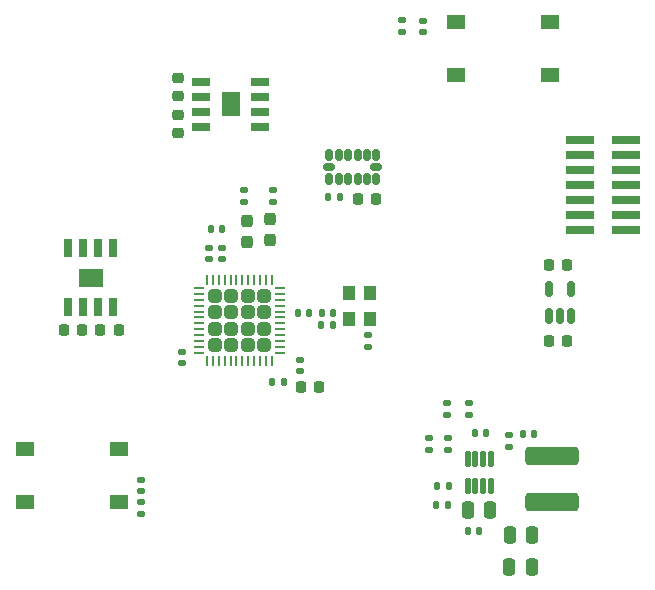
<source format=gbr>
%TF.GenerationSoftware,KiCad,Pcbnew,8.0.5*%
%TF.CreationDate,2024-10-23T09:29:27+02:00*%
%TF.ProjectId,Pojet_V-NOM_KiCAD,506f6a65-745f-4562-9d4e-4f4d5f4b6943,rev?*%
%TF.SameCoordinates,Original*%
%TF.FileFunction,Paste,Top*%
%TF.FilePolarity,Positive*%
%FSLAX46Y46*%
G04 Gerber Fmt 4.6, Leading zero omitted, Abs format (unit mm)*
G04 Created by KiCad (PCBNEW 8.0.5) date 2024-10-23 09:29:27*
%MOMM*%
%LPD*%
G01*
G04 APERTURE LIST*
G04 Aperture macros list*
%AMRoundRect*
0 Rectangle with rounded corners*
0 $1 Rounding radius*
0 $2 $3 $4 $5 $6 $7 $8 $9 X,Y pos of 4 corners*
0 Add a 4 corners polygon primitive as box body*
4,1,4,$2,$3,$4,$5,$6,$7,$8,$9,$2,$3,0*
0 Add four circle primitives for the rounded corners*
1,1,$1+$1,$2,$3*
1,1,$1+$1,$4,$5*
1,1,$1+$1,$6,$7*
1,1,$1+$1,$8,$9*
0 Add four rect primitives between the rounded corners*
20,1,$1+$1,$2,$3,$4,$5,0*
20,1,$1+$1,$4,$5,$6,$7,0*
20,1,$1+$1,$6,$7,$8,$9,0*
20,1,$1+$1,$8,$9,$2,$3,0*%
G04 Aperture macros list end*
%ADD10RoundRect,0.225000X-0.225000X-0.250000X0.225000X-0.250000X0.225000X0.250000X-0.225000X0.250000X0*%
%ADD11RoundRect,0.140000X0.140000X0.170000X-0.140000X0.170000X-0.140000X-0.170000X0.140000X-0.170000X0*%
%ADD12RoundRect,0.140000X-0.140000X-0.170000X0.140000X-0.170000X0.140000X0.170000X-0.140000X0.170000X0*%
%ADD13RoundRect,0.135000X-0.185000X0.135000X-0.185000X-0.135000X0.185000X-0.135000X0.185000X0.135000X0*%
%ADD14RoundRect,0.237500X-0.237500X0.287500X-0.237500X-0.287500X0.237500X-0.287500X0.237500X0.287500X0*%
%ADD15R,0.802000X1.505000*%
%ADD16R,2.101200X1.567800*%
%ADD17RoundRect,0.225000X0.250000X-0.225000X0.250000X0.225000X-0.250000X0.225000X-0.250000X-0.225000X0*%
%ADD18RoundRect,0.250000X0.250000X0.475000X-0.250000X0.475000X-0.250000X-0.475000X0.250000X-0.475000X0*%
%ADD19RoundRect,0.225000X0.225000X0.250000X-0.225000X0.250000X-0.225000X-0.250000X0.225000X-0.250000X0*%
%ADD20R,1.505000X0.802000*%
%ADD21R,1.567800X2.101200*%
%ADD22RoundRect,0.125000X0.125000X-0.537500X0.125000X0.537500X-0.125000X0.537500X-0.125000X-0.537500X0*%
%ADD23RoundRect,0.140000X0.170000X-0.140000X0.170000X0.140000X-0.170000X0.140000X-0.170000X-0.140000X0*%
%ADD24RoundRect,0.135000X0.185000X-0.135000X0.185000X0.135000X-0.185000X0.135000X-0.185000X-0.135000X0*%
%ADD25R,1.550000X1.300000*%
%ADD26RoundRect,0.150000X0.150000X-0.512500X0.150000X0.512500X-0.150000X0.512500X-0.150000X-0.512500X0*%
%ADD27R,2.400000X0.740000*%
%ADD28R,1.000000X1.300000*%
%ADD29RoundRect,0.135000X-0.135000X-0.185000X0.135000X-0.185000X0.135000X0.185000X-0.135000X0.185000X0*%
%ADD30RoundRect,0.250000X0.315000X0.315000X-0.315000X0.315000X-0.315000X-0.315000X0.315000X-0.315000X0*%
%ADD31RoundRect,0.062500X0.375000X0.062500X-0.375000X0.062500X-0.375000X-0.062500X0.375000X-0.062500X0*%
%ADD32RoundRect,0.062500X0.062500X0.375000X-0.062500X0.375000X-0.062500X-0.375000X0.062500X-0.375000X0*%
%ADD33RoundRect,0.140000X-0.170000X0.140000X-0.170000X-0.140000X0.170000X-0.140000X0.170000X0.140000X0*%
%ADD34RoundRect,0.147500X-0.147500X-0.172500X0.147500X-0.172500X0.147500X0.172500X-0.147500X0.172500X0*%
%ADD35RoundRect,0.225000X-0.250000X0.225000X-0.250000X-0.225000X0.250000X-0.225000X0.250000X0.225000X0*%
%ADD36RoundRect,0.400000X1.900000X0.399999X-1.900000X0.399999X-1.900000X-0.399999X1.900000X-0.399999X0*%
%ADD37RoundRect,0.150000X0.150000X-0.325000X0.150000X0.325000X-0.150000X0.325000X-0.150000X-0.325000X0*%
%ADD38RoundRect,0.150000X0.325000X-0.150000X0.325000X0.150000X-0.325000X0.150000X-0.325000X-0.150000X0*%
%ADD39RoundRect,0.135000X0.135000X0.185000X-0.135000X0.185000X-0.135000X-0.185000X0.135000X-0.185000X0*%
G04 APERTURE END LIST*
D10*
%TO.C,C902*%
X88425000Y-63575000D03*
X89975000Y-63575000D03*
%TD*%
D11*
%TO.C,C1011*%
X82495000Y-86117500D03*
X81535000Y-86117500D03*
%TD*%
D12*
%TO.C,C4*%
X69720000Y-57850000D03*
X70680000Y-57850000D03*
%TD*%
%TO.C,C2*%
X69150000Y-67680000D03*
X70110000Y-67680000D03*
%TD*%
D13*
%TO.C,R1009*%
X78285000Y-78237500D03*
X78285000Y-79257500D03*
%TD*%
D14*
%TO.C,D1*%
X62800000Y-59925000D03*
X62800000Y-61675000D03*
%TD*%
D15*
%TO.C,U801*%
X47705000Y-67200000D03*
X48975000Y-67200000D03*
X50245000Y-67200000D03*
X51515000Y-67200000D03*
X51515000Y-62205000D03*
X50245000Y-62205000D03*
X48975000Y-62205000D03*
X47705000Y-62205000D03*
D16*
X49610000Y-64702500D03*
%TD*%
D17*
%TO.C,C701*%
X57000000Y-52435000D03*
X57000000Y-50885000D03*
%TD*%
D14*
%TO.C,D2*%
X64800000Y-59725000D03*
X64800000Y-61475000D03*
%TD*%
D18*
%TO.C,C1010*%
X83435000Y-84347500D03*
X81535000Y-84347500D03*
%TD*%
D19*
%TO.C,C801*%
X51975000Y-69100000D03*
X50425000Y-69100000D03*
%TD*%
D20*
%TO.C,U701*%
X58952500Y-48105000D03*
X58952500Y-49375000D03*
X58952500Y-50645000D03*
X58952500Y-51915000D03*
X63947500Y-51915000D03*
X63947500Y-50645000D03*
X63947500Y-49375000D03*
X63947500Y-48105000D03*
D21*
X61450000Y-50010000D03*
%TD*%
D22*
%TO.C,IC1002*%
X81510000Y-82310000D03*
X82160000Y-82310000D03*
X82810000Y-82310000D03*
X83460000Y-82310000D03*
X83460000Y-80035000D03*
X82810000Y-80035000D03*
X82160000Y-80035000D03*
X81510000Y-80035000D03*
%TD*%
D23*
%TO.C,C202*%
X59660000Y-63120000D03*
X59660000Y-62160000D03*
%TD*%
D24*
%TO.C,R1011*%
X84990000Y-79050000D03*
X84990000Y-78030000D03*
%TD*%
D25*
%TO.C,SW501*%
X80525000Y-43000000D03*
X88475000Y-43000000D03*
X80525000Y-47500000D03*
X88475000Y-47500000D03*
%TD*%
D26*
%TO.C,PS901*%
X88400000Y-67925000D03*
X89350000Y-67925000D03*
X90300000Y-67925000D03*
X90300000Y-65650000D03*
X88400000Y-65650000D03*
%TD*%
D24*
%TO.C,R501*%
X76000000Y-43910000D03*
X76000000Y-42890000D03*
%TD*%
%TO.C,R3*%
X65050000Y-58310000D03*
X65050000Y-57290000D03*
%TD*%
D27*
%TO.C,J1*%
X94900000Y-60620000D03*
X91000000Y-60620000D03*
X94900000Y-59350000D03*
X91000000Y-59350000D03*
X94900000Y-58080000D03*
X91000000Y-58080000D03*
X94900000Y-56810000D03*
X91000000Y-56810000D03*
X94900000Y-55540000D03*
X91000000Y-55540000D03*
X94900000Y-54270000D03*
X91000000Y-54270000D03*
X94900000Y-53000000D03*
X91000000Y-53000000D03*
%TD*%
D28*
%TO.C,Y1*%
X71450000Y-65950000D03*
X71450000Y-68150000D03*
X73250000Y-68150000D03*
X73250000Y-65950000D03*
%TD*%
D29*
%TO.C,R1012*%
X78825000Y-83947500D03*
X79845000Y-83947500D03*
%TD*%
D12*
%TO.C,C1014*%
X82155000Y-77797500D03*
X83115000Y-77797500D03*
%TD*%
D30*
%TO.C,U1*%
X64300000Y-70400000D03*
X64300000Y-69000000D03*
X64300000Y-67600000D03*
X64300000Y-66200000D03*
X62900000Y-70400000D03*
X62900000Y-69000000D03*
X62900000Y-67600000D03*
X62900000Y-66200000D03*
X61500000Y-70400000D03*
X61500000Y-69000000D03*
X61500000Y-67600000D03*
X61500000Y-66200000D03*
X60100000Y-70400000D03*
X60100000Y-69000000D03*
X60100000Y-67600000D03*
X60100000Y-66200000D03*
D31*
X65637500Y-71050000D03*
X65637500Y-70550000D03*
X65637500Y-70050000D03*
X65637500Y-69550000D03*
X65637500Y-69050000D03*
X65637500Y-68550000D03*
X65637500Y-68050000D03*
X65637500Y-67550000D03*
X65637500Y-67050000D03*
X65637500Y-66550000D03*
X65637500Y-66050000D03*
X65637500Y-65550000D03*
D32*
X64950000Y-64862500D03*
X64450000Y-64862500D03*
X63950000Y-64862500D03*
X63450000Y-64862500D03*
X62950000Y-64862500D03*
X62450000Y-64862500D03*
X61950000Y-64862500D03*
X61450000Y-64862500D03*
X60950000Y-64862500D03*
X60450000Y-64862500D03*
X59950000Y-64862500D03*
X59450000Y-64862500D03*
D31*
X58762500Y-65550000D03*
X58762500Y-66050000D03*
X58762500Y-66550000D03*
X58762500Y-67050000D03*
X58762500Y-67550000D03*
X58762500Y-68050000D03*
X58762500Y-68550000D03*
X58762500Y-69050000D03*
X58762500Y-69550000D03*
X58762500Y-70050000D03*
X58762500Y-70550000D03*
X58762500Y-71050000D03*
D32*
X59450000Y-71737500D03*
X59950000Y-71737500D03*
X60450000Y-71737500D03*
X60950000Y-71737500D03*
X61450000Y-71737500D03*
X61950000Y-71737500D03*
X62450000Y-71737500D03*
X62950000Y-71737500D03*
X63450000Y-71737500D03*
X63950000Y-71737500D03*
X64450000Y-71737500D03*
X64950000Y-71737500D03*
%TD*%
D13*
%TO.C,R1008*%
X81635000Y-75287500D03*
X81635000Y-76307500D03*
%TD*%
D33*
%TO.C,C502*%
X77700000Y-42920000D03*
X77700000Y-43880000D03*
%TD*%
%TO.C,C5*%
X57300000Y-70980000D03*
X57300000Y-71940000D03*
%TD*%
D24*
%TO.C,R502*%
X53900000Y-84710000D03*
X53900000Y-83690000D03*
%TD*%
D10*
%TO.C,C802*%
X47325000Y-69100000D03*
X48875000Y-69100000D03*
%TD*%
D34*
%TO.C,L1*%
X59765000Y-60600000D03*
X60735000Y-60600000D03*
%TD*%
D35*
%TO.C,C702*%
X57000000Y-47785000D03*
X57000000Y-49335000D03*
%TD*%
D10*
%TO.C,C901*%
X88425000Y-70075000D03*
X89975000Y-70075000D03*
%TD*%
D18*
%TO.C,C1009*%
X86940000Y-89210000D03*
X85040000Y-89210000D03*
%TD*%
D36*
%TO.C,L1002*%
X88705000Y-83687500D03*
X88705000Y-79787500D03*
%TD*%
D37*
%TO.C,U2*%
X69800000Y-56300000D03*
X70600000Y-56300000D03*
X71400000Y-56300000D03*
X72200000Y-56300000D03*
X73000000Y-56300000D03*
X73800000Y-56300000D03*
D38*
X73800000Y-55300000D03*
D37*
X73800000Y-54300000D03*
X73000000Y-54300000D03*
X72200000Y-54300000D03*
X71400000Y-54300000D03*
X70600000Y-54300000D03*
X69800000Y-54300000D03*
D38*
X69800000Y-55300000D03*
%TD*%
D12*
%TO.C,C7*%
X64980000Y-73540000D03*
X65940000Y-73540000D03*
%TD*%
D13*
%TO.C,R1007*%
X79835000Y-78247500D03*
X79835000Y-79267500D03*
%TD*%
D23*
%TO.C,C1*%
X73100000Y-70530000D03*
X73100000Y-69570000D03*
%TD*%
D18*
%TO.C,C1012*%
X86985000Y-86447500D03*
X85085000Y-86447500D03*
%TD*%
D12*
%TO.C,C203*%
X67170000Y-67675000D03*
X68130000Y-67675000D03*
%TD*%
%TO.C,C1013*%
X86220000Y-77910000D03*
X87180000Y-77910000D03*
%TD*%
D25*
%TO.C,SW502*%
X51975000Y-83650000D03*
X44025000Y-83650000D03*
X51975000Y-79150000D03*
X44025000Y-79150000D03*
%TD*%
D39*
%TO.C,R1010*%
X79985000Y-82297500D03*
X78965000Y-82297500D03*
%TD*%
D19*
%TO.C,C3*%
X73775000Y-58050000D03*
X72225000Y-58050000D03*
%TD*%
D24*
%TO.C,R2*%
X62550000Y-58300000D03*
X62550000Y-57280000D03*
%TD*%
D23*
%TO.C,C501*%
X53900000Y-82760000D03*
X53900000Y-81800000D03*
%TD*%
D33*
%TO.C,C6*%
X67350000Y-71620000D03*
X67350000Y-72580000D03*
%TD*%
%TO.C,C1008*%
X79785000Y-75317500D03*
X79785000Y-76277500D03*
%TD*%
D39*
%TO.C,R1*%
X70130000Y-68690000D03*
X69110000Y-68690000D03*
%TD*%
D23*
%TO.C,C201*%
X60750000Y-63130000D03*
X60750000Y-62170000D03*
%TD*%
D19*
%TO.C,C8*%
X68925000Y-73950000D03*
X67375000Y-73950000D03*
%TD*%
M02*

</source>
